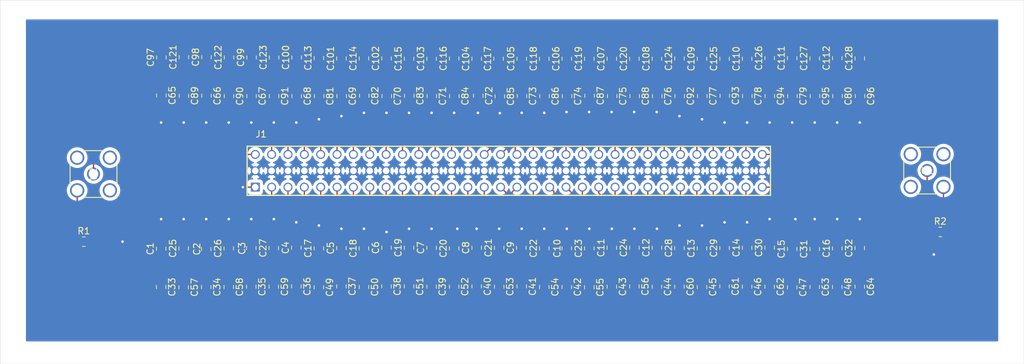
<source format=kicad_pcb>
(kicad_pcb
	(version 20240108)
	(generator "pcbnew")
	(generator_version "8.0")
	(general
		(thickness 1.6)
		(legacy_teardrops no)
	)
	(paper "A4")
	(layers
		(0 "F.Cu" signal)
		(31 "B.Cu" signal)
		(32 "B.Adhes" user "B.Adhesive")
		(33 "F.Adhes" user "F.Adhesive")
		(34 "B.Paste" user)
		(35 "F.Paste" user)
		(36 "B.SilkS" user "B.Silkscreen")
		(37 "F.SilkS" user "F.Silkscreen")
		(38 "B.Mask" user)
		(39 "F.Mask" user)
		(40 "Dwgs.User" user "User.Drawings")
		(41 "Cmts.User" user "User.Comments")
		(42 "Eco1.User" user "User.Eco1")
		(43 "Eco2.User" user "User.Eco2")
		(44 "Edge.Cuts" user)
		(45 "Margin" user)
		(46 "B.CrtYd" user "B.Courtyard")
		(47 "F.CrtYd" user "F.Courtyard")
		(48 "B.Fab" user)
		(49 "F.Fab" user)
		(50 "User.1" user)
		(51 "User.2" user)
		(52 "User.3" user)
		(53 "User.4" user)
		(54 "User.5" user)
		(55 "User.6" user)
		(56 "User.7" user)
		(57 "User.8" user)
		(58 "User.9" user)
	)
	(setup
		(stackup
			(layer "F.SilkS"
				(type "Top Silk Screen")
			)
			(layer "F.Paste"
				(type "Top Solder Paste")
			)
			(layer "F.Mask"
				(type "Top Solder Mask")
				(thickness 0.01)
			)
			(layer "F.Cu"
				(type "copper")
				(thickness 0.035)
			)
			(layer "dielectric 1"
				(type "core")
				(thickness 1.51)
				(material "FR4")
				(epsilon_r 4.5)
				(loss_tangent 0.02)
			)
			(layer "B.Cu"
				(type "copper")
				(thickness 0.035)
			)
			(layer "B.Mask"
				(type "Bottom Solder Mask")
				(thickness 0.01)
			)
			(layer "B.Paste"
				(type "Bottom Solder Paste")
			)
			(layer "B.SilkS"
				(type "Bottom Silk Screen")
			)
			(copper_finish "None")
			(dielectric_constraints no)
		)
		(pad_to_mask_clearance 0)
		(allow_soldermask_bridges_in_footprints no)
		(pcbplotparams
			(layerselection 0x00010fc_ffffffff)
			(plot_on_all_layers_selection 0x0000000_00000000)
			(disableapertmacros no)
			(usegerberextensions no)
			(usegerberattributes yes)
			(usegerberadvancedattributes yes)
			(creategerberjobfile yes)
			(dashed_line_dash_ratio 12.000000)
			(dashed_line_gap_ratio 3.000000)
			(svgprecision 4)
			(plotframeref no)
			(viasonmask no)
			(mode 1)
			(useauxorigin no)
			(hpglpennumber 1)
			(hpglpenspeed 20)
			(hpglpendiameter 15.000000)
			(pdf_front_fp_property_popups yes)
			(pdf_back_fp_property_popups yes)
			(dxfpolygonmode yes)
			(dxfimperialunits yes)
			(dxfusepcbnewfont yes)
			(psnegative no)
			(psa4output no)
			(plotreference yes)
			(plotvalue yes)
			(plotfptext yes)
			(plotinvisibletext no)
			(sketchpadsonfab no)
			(subtractmaskfromsilk no)
			(outputformat 1)
			(mirror no)
			(drillshape 1)
			(scaleselection 1)
			(outputdirectory "")
		)
	)
	(net 0 "")
	(net 1 "GND")
	(net 2 "/capacitor")
	(net 3 "Net-(C2-Pad1)")
	(net 4 "Net-(C3-Pad1)")
	(net 5 "Net-(C36-Pad1)")
	(net 6 "Net-(C37-Pad1)")
	(net 7 "Net-(C38-Pad1)")
	(net 8 "Net-(C39-Pad1)")
	(net 9 "Net-(C40-Pad1)")
	(net 10 "Net-(C41-Pad1)")
	(net 11 "Net-(C10-Pad1)")
	(net 12 "Net-(C11-Pad1)")
	(net 13 "Net-(C12-Pad1)")
	(net 14 "Net-(C13-Pad1)")
	(net 15 "Net-(C14-Pad1)")
	(net 16 "Net-(C15-Pad1)")
	(net 17 "Net-(C16-Pad1)")
	(net 18 "Net-(C17-Pad1)")
	(net 19 "Net-(C18-Pad1)")
	(net 20 "Net-(C19-Pad1)")
	(net 21 "Net-(C20-Pad1)")
	(net 22 "Net-(C21-Pad1)")
	(net 23 "Net-(C22-Pad1)")
	(net 24 "Net-(C23-Pad1)")
	(net 25 "Net-(C24-Pad1)")
	(net 26 "Net-(C25-Pad1)")
	(net 27 "Net-(C26-Pad1)")
	(net 28 "Net-(C27-Pad1)")
	(net 29 "Net-(C28-Pad1)")
	(net 30 "Net-(C29-Pad1)")
	(net 31 "Net-(C30-Pad1)")
	(net 32 "Net-(C31-Pad1)")
	(net 33 "Net-(C32-Pad1)")
	(net 34 "Net-(C33-Pad2)")
	(net 35 "Net-(C65-Pad1)")
	(net 36 "Net-(C66-Pad1)")
	(net 37 "Net-(C67-Pad1)")
	(net 38 "Net-(C100-Pad1)")
	(net 39 "Net-(C101-Pad1)")
	(net 40 "Net-(C102-Pad1)")
	(net 41 "Net-(C103-Pad1)")
	(net 42 "Net-(C104-Pad1)")
	(net 43 "Net-(C105-Pad1)")
	(net 44 "Net-(C106-Pad1)")
	(net 45 "Net-(C107-Pad1)")
	(net 46 "Net-(C108-Pad1)")
	(net 47 "Net-(C109-Pad1)")
	(net 48 "Net-(C110-Pad1)")
	(net 49 "Net-(C111-Pad1)")
	(net 50 "Net-(C112-Pad1)")
	(net 51 "Net-(C113-Pad1)")
	(net 52 "Net-(C114-Pad1)")
	(net 53 "Net-(C115-Pad1)")
	(net 54 "Net-(C116-Pad1)")
	(net 55 "Net-(C118-Pad1)")
	(net 56 "Net-(C119-Pad1)")
	(net 57 "Net-(C120-Pad1)")
	(net 58 "Net-(C121-Pad1)")
	(net 59 "Net-(C122-Pad1)")
	(net 60 "Net-(C123-Pad1)")
	(net 61 "Net-(C124-Pad1)")
	(net 62 "Net-(C125-Pad1)")
	(net 63 "Net-(C126-Pad1)")
	(net 64 "Net-(C127-Pad1)")
	(net 65 "Net-(C128-Pad1)")
	(net 66 "Net-(C100-Pad2)")
	(net 67 "Net-(R1-Pad1)")
	(net 68 "Net-(R2-Pad2)")
	(net 69 "unconnected-(U1-Pad3)")
	(net 70 "unconnected-(U1-Pad2)")
	(net 71 "unconnected-(U1-Pad5)")
	(net 72 "unconnected-(U2-Pad3)")
	(net 73 "unconnected-(U2-Pad4)")
	(net 74 "unconnected-(U2-Pad5)")
	(net 75 "Net-(C117-Pad1)")
	(footprint "Capacitor_SMD:C_0805_2012Metric" (layer "F.Cu") (at 209.5 141 -90))
	(footprint "Capacitor_SMD:C_0805_2012Metric" (layer "F.Cu") (at 150 140.95 -90))
	(footprint "Capacitor_SMD:C_0805_2012Metric" (layer "F.Cu") (at 199 135.15 90))
	(footprint "Capacitor_SMD:C_0805_2012Metric" (layer "F.Cu") (at 157 140.95 -90))
	(footprint "Capacitor_SMD:C_0805_2012Metric" (layer "F.Cu") (at 125.5 135.05 90))
	(footprint "Capacitor_SMD:C_0805_2012Metric" (layer "F.Cu") (at 171 105.6 90))
	(footprint "Capacitor_SMD:C_0805_2012Metric" (layer "F.Cu") (at 139.5 134.95 90))
	(footprint "Capacitor_SMD:C_0805_2012Metric" (layer "F.Cu") (at 167.5 141.1 -90))
	(footprint "Capacitor_SMD:C_0805_2012Metric" (layer "F.Cu") (at 129.04 111.4 -90))
	(footprint "Capacitor_SMD:C_0805_2012Metric" (layer "F.Cu") (at 174.5 134.95 90))
	(footprint "Capacitor_SMD:C_0805_2012Metric" (layer "F.Cu") (at 150 105.6 90))
	(footprint "Capacitor_SMD:C_0805_2012Metric" (layer "F.Cu") (at 202.54 111.4 -90))
	(footprint "Capacitor_SMD:C_0805_2012Metric" (layer "F.Cu") (at 209.54 111.4 -90))
	(footprint "Capacitor_SMD:C_0805_2012Metric" (layer "F.Cu") (at 143 105.6 90))
	(footprint "Capacitor_SMD:C_0805_2012Metric" (layer "F.Cu") (at 122.04 105.4 90))
	(footprint "Capacitor_SMD:C_0805_2012Metric" (layer "F.Cu") (at 101.04 111.3 -90))
	(footprint "Capacitor_SMD:C_0805_2012Metric" (layer "F.Cu") (at 132.5 141.05 -90))
	(footprint "Capacitor_SMD:C_0805_2012Metric" (layer "F.Cu") (at 206 141.05 -90))
	(footprint "Capacitor_SMD:C_0805_2012Metric" (layer "F.Cu") (at 164 135.05 90))
	(footprint "Capacitor_SMD:C_0805_2012Metric" (layer "F.Cu") (at 108.04 105.35 90))
	(footprint "Capacitor_SMD:C_0805_2012Metric" (layer "F.Cu") (at 143.04 111.4 -90))
	(footprint "Capacitor_SMD:C_0805_2012Metric" (layer "F.Cu") (at 111.5 141.05 -90))
	(footprint "Capacitor_SMD:C_0805_2012Metric" (layer "F.Cu") (at 129 105.55 90))
	(footprint "Capacitor_SMD:C_0805_2012Metric" (layer "F.Cu") (at 146.5 135.05 90))
	(footprint "Capacitor_SMD:C_0805_2012Metric" (layer "F.Cu") (at 125.5 105.5 90))
	(footprint "Capacitor_SMD:C_0805_2012Metric" (layer "F.Cu") (at 143 141 -90))
	(footprint "Resistor_SMD:R_0805_2012Metric" (layer "F.Cu") (at 89 134))
	(footprint "Capacitor_SMD:C_0805_2012Metric" (layer "F.Cu") (at 136 134.95 90))
	(footprint "Capacitor_SMD:C_0805_2012Metric" (layer "F.Cu") (at 174.5 140.95 -90))
	(footprint "Capacitor_SMD:C_0805_2012Metric" (layer "F.Cu") (at 108 141.05 -90))
	(footprint "Capacitor_SMD:C_0805_2012Metric" (layer "F.Cu") (at 125.54 111.4 -90))
	(footprint "Capacitor_SMD:C_0805_2012Metric" (layer "F.Cu") (at 153.5 134.95 90))
	(footprint "Capacitor_SMD:C_0805_2012Metric" (layer "F.Cu") (at 199.04 111.4 -90))
	(footprint "Capacitor_SMD:C_0805_2012Metric" (layer "F.Cu") (at 118.54 111.4 -90))
	(footprint "Capacitor_SMD:C_0805_2012Metric" (layer "F.Cu") (at 188.5 105.6 90))
	(footprint "Capacitor_SMD:C_0805_2012Metric" (layer "F.Cu") (at 185 135.05 90))
	(footprint "Capacitor_SMD:C_0805_2012Metric" (layer "F.Cu") (at 101 135.1 90))
	(footprint "Capacitor_SMD:C_0805_2012Metric" (layer "F.Cu") (at 181.54 111.4 -90))
	(footprint "Capacitor_SMD:C_0805_2012Metric" (layer "F.Cu") (at 185 141.05 -90))
	(footprint "Capacitor_SMD:C_0805_2012Metric" (layer "F.Cu") (at 209.5 105.55 90))
	(footprint "Capacitor_SMD:C_0805_2012Metric" (layer "F.Cu") (at 164 105.6 90))
	(footprint "Capacitor_SMD:C_0805_2012Metric" (layer "F.Cu") (at 188.54 111.35 -90))
	(footprint "Capacitor_SMD:C_0805_2012Metric" (layer "F.Cu") (at 115.04 105.4 90))
	(footprint "Capacitor_SMD:C_0805_2012Metric" (layer "F.Cu") (at 199 141.1 -90))
	(footprint "Capacitor_SMD:C_0805_2012Metric"
		(layer "F.Cu")
		(uuid "5d9c60b6-47f5-4b36-ae6d-80778e6a6dcd")
		(at 171.04 111.4 -90)
		(descr "Capacitor SMD 0805 (2012 Metric), square (rectangular) end terminal, IPC_7351 nominal, (Body size source: IPC-SM-782 page 76, https://www.pcb-3d.com/wordpress/wp-content/uploads/ipc-sm-782a_amendment_1_and_2.pdf, https://docs.google.com/spreadsheets/d/1BsfQQcO9C6DZCsRaXUlFlo91Tg2WpOkGARC1WS5S8t0/edit?usp=sharing), generated with kicad-footprint-generator")
		(tags "capacitor")
		(property "Reference" "C75"
			(at 0 -1.68 90)
			(layer "F.SilkS")
			(uuid "558c2003-a0fe-4842-9681-40a455ca7adf")
			(effects
				(font
					(size 1 1)
					(thickness 0.15)
				)
			)
		)
		(property "Value" "Cdet"
			(at 0 1.68 90)
			(layer "F.Fab")
			(hide yes)
			(uuid "91021f5a-2996-4cc4-afdd-77f677662e18")
			(effects
				(font
					(size 1 1)
					(thickness 0.15)
				)
			)
		)
		(property "Footprint" "Capacitor_SMD:C_0805_2012Metric"
			(at 0 0 -90)
			(unlocked yes)
			(layer "F.Fab")
			(hide yes)
			(uuid "a0923f27-c158-4ec2-b12f-ee527ccd2389")
			(effects
				(font
					(size 1.27 1.27)
					(thickness 0.15)
				)
			)
		)
		(property "Datasheet" ""
			(at 0 0 -90)
			(unlocked yes)
			(layer "F.Fab")
			(hide yes)
			(uuid "94e3a753-4c9e-4bbe-b16f-42a35b2ec765")
			(effects
				(font
					(size 1.27 1.27)
					(thickness 0.15)
				)
			)
		)
		(property "Description" ""
			(at 0 0 -90)
			(unlocked yes)
			(layer "F.Fab")
			(hide yes)
			(uuid "09e5726d-850f-4f12-a09a-67ebbdd19df0")
			(effects
				(font
					(size 1.27 1.27)
					(thickness 0.15)
				)
			)
		)
		(property ki_fp_filters "C_*")
		(path "/48a08d87-4be5-41a0-b5db-4e78476de6bc")
		(sheetname "Root")
		(sheetfile "FEMB2_1.kicad_sch")
		(attr smd)
		(fp_line
			(start -0.261252 0.735)
			(end 0.261252 0.735)
			(stroke
				(width 0.12)
				(type solid)
			)
			(layer "F.SilkS")
			(uuid "052b11de-738c-46ed-8fef-497bd0ab160d")
		)
		(fp_line
			(start -0.261252 -0.735)
			(end 0.261252 -0.735)
			(stroke
				(width 0.12)
				(type solid)
			)
			(layer "F.SilkS")
			(uuid "2874bcb1-3e0d-4863-a796-028207c439c2")
		)
		(fp_line
			(start -1.7 0.98)
			(end -1.7 -0.98)
			(stroke
				(width 0.05)
				(type solid)
			)
			(layer "F.CrtYd")
			(uuid "75f6cfeb-f438-442d-ae57-b212f9f76522")
		)
		(fp_line
			(start 1.7 0.98)
			(end -1.7 0.98)
			(stroke
				(width 0.05)
				(type solid)
			)
			(layer "F.CrtYd")
			(uuid "8deac1c7-b42a-44f7-81d1-ed0dce32df9f")
		)
		(fp_line
			(start -1.7 -0.98)
			(end 1.7 -0.98)
			(stroke
				(width 0.05)
				(type solid)
			)
			(layer "F.CrtYd")
			(uuid "6548b984-fff1-4f42-a96e-af79c2fe2b56")
		)
		(fp_line
			(start 1.7 -0.98)
			(end 1.7 0.98)
			(stroke
				(width 0.05)
				(type solid)
			)
			(layer "F.CrtYd")
			(uuid "e66b4f41-c657-4135-a4a8-81f3ed018016")
		)
		(fp_line
			(start -1 0.625)
			(end -1 -0.625)
			(stroke
				(width 0.1)
				(type solid)
			)
			(layer "F.Fab")
			(uuid "9ed3e2b5-3429-4c4a-a340-79f9ed5e0a13")
		)
		(fp_line
			(start 1 0.625)
			(end -1 0.625)
			(stroke
				(width 0.1)
				(type solid)
			)
			(layer "F.Fab")
			(uuid "6b570bb5-cacd-4d07-a461-75022b0748d4")
		)
		(fp_line
			(start -1 -0.625)
			(end 1 -0.625)
			(stroke
				(width 0.1)
				(type solid)
			)
			(layer "F.Fab")
			(uuid "5c564b3a-69ce-4e87-b521-30e33c5e06da")
		)
		(fp_line
			(start 1 -0.625)
			(end 1 0.625)
			(stroke
				(width 0.1)
				(type solid)
			)
			(layer "F.Fab")
			(uuid "19db1d8d-84ad-4be8-9a69-d62b59894cd5")
		)
		(fp_text user "${REFERENCE}"
			(at 0 0 90)
			(layer "F.Fab")
			(uuid "a415fcb9-576e-4eff-93e7-d758dade5cb6")
			(effects
				(font
					(size 0.5 0.5)
					(thickness 0.08)
				)
			)
		)
		(pad "1" smd roundrect
			(at -0.95 0 270)
			(size 1 1.45)
			(layers "F.Cu" "F.Paste" "F.Mask")
			(rou
... [722444 chars truncated]
</source>
